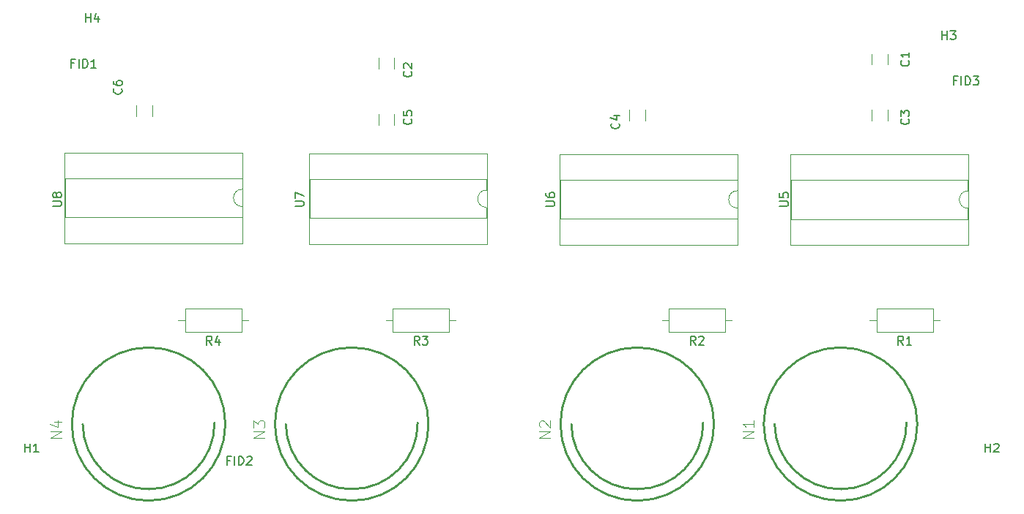
<source format=gbr>
%TF.GenerationSoftware,KiCad,Pcbnew,8.0.4*%
%TF.CreationDate,2024-07-28T18:14:58+03:00*%
%TF.ProjectId,nixie_clock,6e697869-655f-4636-9c6f-636b2e6b6963,rev?*%
%TF.SameCoordinates,Original*%
%TF.FileFunction,Legend,Top*%
%TF.FilePolarity,Positive*%
%FSLAX46Y46*%
G04 Gerber Fmt 4.6, Leading zero omitted, Abs format (unit mm)*
G04 Created by KiCad (PCBNEW 8.0.4) date 2024-07-28 18:14:58*
%MOMM*%
%LPD*%
G01*
G04 APERTURE LIST*
%ADD10C,0.150000*%
%ADD11C,0.101600*%
%ADD12C,0.120000*%
%ADD13C,0.254000*%
%ADD14C,1.500000*%
%ADD15R,1.600000X2.400000*%
%ADD16O,1.600000X2.400000*%
%ADD17R,1.700000X1.700000*%
%ADD18O,1.700000X1.700000*%
%ADD19C,1.600000*%
%ADD20C,3.200000*%
%ADD21C,1.346200*%
%ADD22O,1.600000X1.600000*%
G04 APERTURE END LIST*
D10*
X130928571Y-122216509D02*
X130595238Y-122216509D01*
X130595238Y-122740319D02*
X130595238Y-121740319D01*
X130595238Y-121740319D02*
X131071428Y-121740319D01*
X131452381Y-122740319D02*
X131452381Y-121740319D01*
X131928571Y-122740319D02*
X131928571Y-121740319D01*
X131928571Y-121740319D02*
X132166666Y-121740319D01*
X132166666Y-121740319D02*
X132309523Y-121787938D01*
X132309523Y-121787938D02*
X132404761Y-121883176D01*
X132404761Y-121883176D02*
X132452380Y-121978414D01*
X132452380Y-121978414D02*
X132499999Y-122168890D01*
X132499999Y-122168890D02*
X132499999Y-122311747D01*
X132499999Y-122311747D02*
X132452380Y-122502223D01*
X132452380Y-122502223D02*
X132404761Y-122597461D01*
X132404761Y-122597461D02*
X132309523Y-122692700D01*
X132309523Y-122692700D02*
X132166666Y-122740319D01*
X132166666Y-122740319D02*
X131928571Y-122740319D01*
X132833333Y-121740319D02*
X133452380Y-121740319D01*
X133452380Y-121740319D02*
X133119047Y-122121271D01*
X133119047Y-122121271D02*
X133261904Y-122121271D01*
X133261904Y-122121271D02*
X133357142Y-122168890D01*
X133357142Y-122168890D02*
X133404761Y-122216509D01*
X133404761Y-122216509D02*
X133452380Y-122311747D01*
X133452380Y-122311747D02*
X133452380Y-122549842D01*
X133452380Y-122549842D02*
X133404761Y-122645080D01*
X133404761Y-122645080D02*
X133357142Y-122692700D01*
X133357142Y-122692700D02*
X133261904Y-122740319D01*
X133261904Y-122740319D02*
X132976190Y-122740319D01*
X132976190Y-122740319D02*
X132880952Y-122692700D01*
X132880952Y-122692700D02*
X132833333Y-122645080D01*
X46928571Y-166216509D02*
X46595238Y-166216509D01*
X46595238Y-166740319D02*
X46595238Y-165740319D01*
X46595238Y-165740319D02*
X47071428Y-165740319D01*
X47452381Y-166740319D02*
X47452381Y-165740319D01*
X47928571Y-166740319D02*
X47928571Y-165740319D01*
X47928571Y-165740319D02*
X48166666Y-165740319D01*
X48166666Y-165740319D02*
X48309523Y-165787938D01*
X48309523Y-165787938D02*
X48404761Y-165883176D01*
X48404761Y-165883176D02*
X48452380Y-165978414D01*
X48452380Y-165978414D02*
X48499999Y-166168890D01*
X48499999Y-166168890D02*
X48499999Y-166311747D01*
X48499999Y-166311747D02*
X48452380Y-166502223D01*
X48452380Y-166502223D02*
X48404761Y-166597461D01*
X48404761Y-166597461D02*
X48309523Y-166692700D01*
X48309523Y-166692700D02*
X48166666Y-166740319D01*
X48166666Y-166740319D02*
X47928571Y-166740319D01*
X48880952Y-165835557D02*
X48928571Y-165787938D01*
X48928571Y-165787938D02*
X49023809Y-165740319D01*
X49023809Y-165740319D02*
X49261904Y-165740319D01*
X49261904Y-165740319D02*
X49357142Y-165787938D01*
X49357142Y-165787938D02*
X49404761Y-165835557D01*
X49404761Y-165835557D02*
X49452380Y-165930795D01*
X49452380Y-165930795D02*
X49452380Y-166026033D01*
X49452380Y-166026033D02*
X49404761Y-166168890D01*
X49404761Y-166168890D02*
X48833333Y-166740319D01*
X48833333Y-166740319D02*
X49452380Y-166740319D01*
X28928571Y-120216509D02*
X28595238Y-120216509D01*
X28595238Y-120740319D02*
X28595238Y-119740319D01*
X28595238Y-119740319D02*
X29071428Y-119740319D01*
X29452381Y-120740319D02*
X29452381Y-119740319D01*
X29928571Y-120740319D02*
X29928571Y-119740319D01*
X29928571Y-119740319D02*
X30166666Y-119740319D01*
X30166666Y-119740319D02*
X30309523Y-119787938D01*
X30309523Y-119787938D02*
X30404761Y-119883176D01*
X30404761Y-119883176D02*
X30452380Y-119978414D01*
X30452380Y-119978414D02*
X30499999Y-120168890D01*
X30499999Y-120168890D02*
X30499999Y-120311747D01*
X30499999Y-120311747D02*
X30452380Y-120502223D01*
X30452380Y-120502223D02*
X30404761Y-120597461D01*
X30404761Y-120597461D02*
X30309523Y-120692700D01*
X30309523Y-120692700D02*
X30166666Y-120740319D01*
X30166666Y-120740319D02*
X29928571Y-120740319D01*
X31452380Y-120740319D02*
X30880952Y-120740319D01*
X31166666Y-120740319D02*
X31166666Y-119740319D01*
X31166666Y-119740319D02*
X31071428Y-119883176D01*
X31071428Y-119883176D02*
X30976190Y-119978414D01*
X30976190Y-119978414D02*
X30880952Y-120026033D01*
X67859580Y-121166666D02*
X67907200Y-121214285D01*
X67907200Y-121214285D02*
X67954819Y-121357142D01*
X67954819Y-121357142D02*
X67954819Y-121452380D01*
X67954819Y-121452380D02*
X67907200Y-121595237D01*
X67907200Y-121595237D02*
X67811961Y-121690475D01*
X67811961Y-121690475D02*
X67716723Y-121738094D01*
X67716723Y-121738094D02*
X67526247Y-121785713D01*
X67526247Y-121785713D02*
X67383390Y-121785713D01*
X67383390Y-121785713D02*
X67192914Y-121738094D01*
X67192914Y-121738094D02*
X67097676Y-121690475D01*
X67097676Y-121690475D02*
X67002438Y-121595237D01*
X67002438Y-121595237D02*
X66954819Y-121452380D01*
X66954819Y-121452380D02*
X66954819Y-121357142D01*
X66954819Y-121357142D02*
X67002438Y-121214285D01*
X67002438Y-121214285D02*
X67050057Y-121166666D01*
X67050057Y-120785713D02*
X67002438Y-120738094D01*
X67002438Y-120738094D02*
X66954819Y-120642856D01*
X66954819Y-120642856D02*
X66954819Y-120404761D01*
X66954819Y-120404761D02*
X67002438Y-120309523D01*
X67002438Y-120309523D02*
X67050057Y-120261904D01*
X67050057Y-120261904D02*
X67145295Y-120214285D01*
X67145295Y-120214285D02*
X67240533Y-120214285D01*
X67240533Y-120214285D02*
X67383390Y-120261904D01*
X67383390Y-120261904D02*
X67954819Y-120833332D01*
X67954819Y-120833332D02*
X67954819Y-120214285D01*
X125359580Y-119916666D02*
X125407200Y-119964285D01*
X125407200Y-119964285D02*
X125454819Y-120107142D01*
X125454819Y-120107142D02*
X125454819Y-120202380D01*
X125454819Y-120202380D02*
X125407200Y-120345237D01*
X125407200Y-120345237D02*
X125311961Y-120440475D01*
X125311961Y-120440475D02*
X125216723Y-120488094D01*
X125216723Y-120488094D02*
X125026247Y-120535713D01*
X125026247Y-120535713D02*
X124883390Y-120535713D01*
X124883390Y-120535713D02*
X124692914Y-120488094D01*
X124692914Y-120488094D02*
X124597676Y-120440475D01*
X124597676Y-120440475D02*
X124502438Y-120345237D01*
X124502438Y-120345237D02*
X124454819Y-120202380D01*
X124454819Y-120202380D02*
X124454819Y-120107142D01*
X124454819Y-120107142D02*
X124502438Y-119964285D01*
X124502438Y-119964285D02*
X124550057Y-119916666D01*
X125454819Y-118964285D02*
X125454819Y-119535713D01*
X125454819Y-119249999D02*
X124454819Y-119249999D01*
X124454819Y-119249999D02*
X124597676Y-119345237D01*
X124597676Y-119345237D02*
X124692914Y-119440475D01*
X124692914Y-119440475D02*
X124740533Y-119535713D01*
X30238095Y-115454819D02*
X30238095Y-114454819D01*
X30238095Y-114931009D02*
X30809523Y-114931009D01*
X30809523Y-115454819D02*
X30809523Y-114454819D01*
X31714285Y-114788152D02*
X31714285Y-115454819D01*
X31476190Y-114407200D02*
X31238095Y-115121485D01*
X31238095Y-115121485D02*
X31857142Y-115121485D01*
X129238095Y-117454819D02*
X129238095Y-116454819D01*
X129238095Y-116931009D02*
X129809523Y-116931009D01*
X129809523Y-117454819D02*
X129809523Y-116454819D01*
X130190476Y-116454819D02*
X130809523Y-116454819D01*
X130809523Y-116454819D02*
X130476190Y-116835771D01*
X130476190Y-116835771D02*
X130619047Y-116835771D01*
X130619047Y-116835771D02*
X130714285Y-116883390D01*
X130714285Y-116883390D02*
X130761904Y-116931009D01*
X130761904Y-116931009D02*
X130809523Y-117026247D01*
X130809523Y-117026247D02*
X130809523Y-117264342D01*
X130809523Y-117264342D02*
X130761904Y-117359580D01*
X130761904Y-117359580D02*
X130714285Y-117407200D01*
X130714285Y-117407200D02*
X130619047Y-117454819D01*
X130619047Y-117454819D02*
X130333333Y-117454819D01*
X130333333Y-117454819D02*
X130238095Y-117407200D01*
X130238095Y-117407200D02*
X130190476Y-117359580D01*
X134238095Y-165254819D02*
X134238095Y-164254819D01*
X134238095Y-164731009D02*
X134809523Y-164731009D01*
X134809523Y-165254819D02*
X134809523Y-164254819D01*
X135238095Y-164350057D02*
X135285714Y-164302438D01*
X135285714Y-164302438D02*
X135380952Y-164254819D01*
X135380952Y-164254819D02*
X135619047Y-164254819D01*
X135619047Y-164254819D02*
X135714285Y-164302438D01*
X135714285Y-164302438D02*
X135761904Y-164350057D01*
X135761904Y-164350057D02*
X135809523Y-164445295D01*
X135809523Y-164445295D02*
X135809523Y-164540533D01*
X135809523Y-164540533D02*
X135761904Y-164683390D01*
X135761904Y-164683390D02*
X135190476Y-165254819D01*
X135190476Y-165254819D02*
X135809523Y-165254819D01*
X23238095Y-165254819D02*
X23238095Y-164254819D01*
X23238095Y-164731009D02*
X23809523Y-164731009D01*
X23809523Y-165254819D02*
X23809523Y-164254819D01*
X24809523Y-165254819D02*
X24238095Y-165254819D01*
X24523809Y-165254819D02*
X24523809Y-164254819D01*
X24523809Y-164254819D02*
X24428571Y-164397676D01*
X24428571Y-164397676D02*
X24333333Y-164492914D01*
X24333333Y-164492914D02*
X24238095Y-164540533D01*
D11*
X50947262Y-163602619D02*
X49677262Y-163602619D01*
X49677262Y-163602619D02*
X50947262Y-162876904D01*
X50947262Y-162876904D02*
X49677262Y-162876904D01*
X49677262Y-162393095D02*
X49677262Y-161606904D01*
X49677262Y-161606904D02*
X50161071Y-162030238D01*
X50161071Y-162030238D02*
X50161071Y-161848809D01*
X50161071Y-161848809D02*
X50221547Y-161727857D01*
X50221547Y-161727857D02*
X50282024Y-161667381D01*
X50282024Y-161667381D02*
X50402976Y-161606904D01*
X50402976Y-161606904D02*
X50705357Y-161606904D01*
X50705357Y-161606904D02*
X50826309Y-161667381D01*
X50826309Y-161667381D02*
X50886786Y-161727857D01*
X50886786Y-161727857D02*
X50947262Y-161848809D01*
X50947262Y-161848809D02*
X50947262Y-162211666D01*
X50947262Y-162211666D02*
X50886786Y-162332619D01*
X50886786Y-162332619D02*
X50826309Y-162393095D01*
X27466442Y-163602619D02*
X26196442Y-163602619D01*
X26196442Y-163602619D02*
X27466442Y-162876904D01*
X27466442Y-162876904D02*
X26196442Y-162876904D01*
X26619775Y-161727857D02*
X27466442Y-161727857D01*
X26135966Y-162030238D02*
X27043108Y-162332619D01*
X27043108Y-162332619D02*
X27043108Y-161546428D01*
D10*
X26454819Y-136761904D02*
X27264342Y-136761904D01*
X27264342Y-136761904D02*
X27359580Y-136714285D01*
X27359580Y-136714285D02*
X27407200Y-136666666D01*
X27407200Y-136666666D02*
X27454819Y-136571428D01*
X27454819Y-136571428D02*
X27454819Y-136380952D01*
X27454819Y-136380952D02*
X27407200Y-136285714D01*
X27407200Y-136285714D02*
X27359580Y-136238095D01*
X27359580Y-136238095D02*
X27264342Y-136190476D01*
X27264342Y-136190476D02*
X26454819Y-136190476D01*
X26883390Y-135571428D02*
X26835771Y-135666666D01*
X26835771Y-135666666D02*
X26788152Y-135714285D01*
X26788152Y-135714285D02*
X26692914Y-135761904D01*
X26692914Y-135761904D02*
X26645295Y-135761904D01*
X26645295Y-135761904D02*
X26550057Y-135714285D01*
X26550057Y-135714285D02*
X26502438Y-135666666D01*
X26502438Y-135666666D02*
X26454819Y-135571428D01*
X26454819Y-135571428D02*
X26454819Y-135380952D01*
X26454819Y-135380952D02*
X26502438Y-135285714D01*
X26502438Y-135285714D02*
X26550057Y-135238095D01*
X26550057Y-135238095D02*
X26645295Y-135190476D01*
X26645295Y-135190476D02*
X26692914Y-135190476D01*
X26692914Y-135190476D02*
X26788152Y-135238095D01*
X26788152Y-135238095D02*
X26835771Y-135285714D01*
X26835771Y-135285714D02*
X26883390Y-135380952D01*
X26883390Y-135380952D02*
X26883390Y-135571428D01*
X26883390Y-135571428D02*
X26931009Y-135666666D01*
X26931009Y-135666666D02*
X26978628Y-135714285D01*
X26978628Y-135714285D02*
X27073866Y-135761904D01*
X27073866Y-135761904D02*
X27264342Y-135761904D01*
X27264342Y-135761904D02*
X27359580Y-135714285D01*
X27359580Y-135714285D02*
X27407200Y-135666666D01*
X27407200Y-135666666D02*
X27454819Y-135571428D01*
X27454819Y-135571428D02*
X27454819Y-135380952D01*
X27454819Y-135380952D02*
X27407200Y-135285714D01*
X27407200Y-135285714D02*
X27359580Y-135238095D01*
X27359580Y-135238095D02*
X27264342Y-135190476D01*
X27264342Y-135190476D02*
X27073866Y-135190476D01*
X27073866Y-135190476D02*
X26978628Y-135238095D01*
X26978628Y-135238095D02*
X26931009Y-135285714D01*
X26931009Y-135285714D02*
X26883390Y-135380952D01*
X83454819Y-136761904D02*
X84264342Y-136761904D01*
X84264342Y-136761904D02*
X84359580Y-136714285D01*
X84359580Y-136714285D02*
X84407200Y-136666666D01*
X84407200Y-136666666D02*
X84454819Y-136571428D01*
X84454819Y-136571428D02*
X84454819Y-136380952D01*
X84454819Y-136380952D02*
X84407200Y-136285714D01*
X84407200Y-136285714D02*
X84359580Y-136238095D01*
X84359580Y-136238095D02*
X84264342Y-136190476D01*
X84264342Y-136190476D02*
X83454819Y-136190476D01*
X83454819Y-135285714D02*
X83454819Y-135476190D01*
X83454819Y-135476190D02*
X83502438Y-135571428D01*
X83502438Y-135571428D02*
X83550057Y-135619047D01*
X83550057Y-135619047D02*
X83692914Y-135714285D01*
X83692914Y-135714285D02*
X83883390Y-135761904D01*
X83883390Y-135761904D02*
X84264342Y-135761904D01*
X84264342Y-135761904D02*
X84359580Y-135714285D01*
X84359580Y-135714285D02*
X84407200Y-135666666D01*
X84407200Y-135666666D02*
X84454819Y-135571428D01*
X84454819Y-135571428D02*
X84454819Y-135380952D01*
X84454819Y-135380952D02*
X84407200Y-135285714D01*
X84407200Y-135285714D02*
X84359580Y-135238095D01*
X84359580Y-135238095D02*
X84264342Y-135190476D01*
X84264342Y-135190476D02*
X84026247Y-135190476D01*
X84026247Y-135190476D02*
X83931009Y-135238095D01*
X83931009Y-135238095D02*
X83883390Y-135285714D01*
X83883390Y-135285714D02*
X83835771Y-135380952D01*
X83835771Y-135380952D02*
X83835771Y-135571428D01*
X83835771Y-135571428D02*
X83883390Y-135666666D01*
X83883390Y-135666666D02*
X83931009Y-135714285D01*
X83931009Y-135714285D02*
X84026247Y-135761904D01*
X110454819Y-136771904D02*
X111264342Y-136771904D01*
X111264342Y-136771904D02*
X111359580Y-136724285D01*
X111359580Y-136724285D02*
X111407200Y-136676666D01*
X111407200Y-136676666D02*
X111454819Y-136581428D01*
X111454819Y-136581428D02*
X111454819Y-136390952D01*
X111454819Y-136390952D02*
X111407200Y-136295714D01*
X111407200Y-136295714D02*
X111359580Y-136248095D01*
X111359580Y-136248095D02*
X111264342Y-136200476D01*
X111264342Y-136200476D02*
X110454819Y-136200476D01*
X110454819Y-135248095D02*
X110454819Y-135724285D01*
X110454819Y-135724285D02*
X110931009Y-135771904D01*
X110931009Y-135771904D02*
X110883390Y-135724285D01*
X110883390Y-135724285D02*
X110835771Y-135629047D01*
X110835771Y-135629047D02*
X110835771Y-135390952D01*
X110835771Y-135390952D02*
X110883390Y-135295714D01*
X110883390Y-135295714D02*
X110931009Y-135248095D01*
X110931009Y-135248095D02*
X111026247Y-135200476D01*
X111026247Y-135200476D02*
X111264342Y-135200476D01*
X111264342Y-135200476D02*
X111359580Y-135248095D01*
X111359580Y-135248095D02*
X111407200Y-135295714D01*
X111407200Y-135295714D02*
X111454819Y-135390952D01*
X111454819Y-135390952D02*
X111454819Y-135629047D01*
X111454819Y-135629047D02*
X111407200Y-135724285D01*
X111407200Y-135724285D02*
X111359580Y-135771904D01*
X44833333Y-152824819D02*
X44500000Y-152348628D01*
X44261905Y-152824819D02*
X44261905Y-151824819D01*
X44261905Y-151824819D02*
X44642857Y-151824819D01*
X44642857Y-151824819D02*
X44738095Y-151872438D01*
X44738095Y-151872438D02*
X44785714Y-151920057D01*
X44785714Y-151920057D02*
X44833333Y-152015295D01*
X44833333Y-152015295D02*
X44833333Y-152158152D01*
X44833333Y-152158152D02*
X44785714Y-152253390D01*
X44785714Y-152253390D02*
X44738095Y-152301009D01*
X44738095Y-152301009D02*
X44642857Y-152348628D01*
X44642857Y-152348628D02*
X44261905Y-152348628D01*
X45690476Y-152158152D02*
X45690476Y-152824819D01*
X45452381Y-151777200D02*
X45214286Y-152491485D01*
X45214286Y-152491485D02*
X45833333Y-152491485D01*
X100753333Y-152824819D02*
X100420000Y-152348628D01*
X100181905Y-152824819D02*
X100181905Y-151824819D01*
X100181905Y-151824819D02*
X100562857Y-151824819D01*
X100562857Y-151824819D02*
X100658095Y-151872438D01*
X100658095Y-151872438D02*
X100705714Y-151920057D01*
X100705714Y-151920057D02*
X100753333Y-152015295D01*
X100753333Y-152015295D02*
X100753333Y-152158152D01*
X100753333Y-152158152D02*
X100705714Y-152253390D01*
X100705714Y-152253390D02*
X100658095Y-152301009D01*
X100658095Y-152301009D02*
X100562857Y-152348628D01*
X100562857Y-152348628D02*
X100181905Y-152348628D01*
X101134286Y-151920057D02*
X101181905Y-151872438D01*
X101181905Y-151872438D02*
X101277143Y-151824819D01*
X101277143Y-151824819D02*
X101515238Y-151824819D01*
X101515238Y-151824819D02*
X101610476Y-151872438D01*
X101610476Y-151872438D02*
X101658095Y-151920057D01*
X101658095Y-151920057D02*
X101705714Y-152015295D01*
X101705714Y-152015295D02*
X101705714Y-152110533D01*
X101705714Y-152110533D02*
X101658095Y-152253390D01*
X101658095Y-152253390D02*
X101086667Y-152824819D01*
X101086667Y-152824819D02*
X101705714Y-152824819D01*
X124753333Y-152824819D02*
X124420000Y-152348628D01*
X124181905Y-152824819D02*
X124181905Y-151824819D01*
X124181905Y-151824819D02*
X124562857Y-151824819D01*
X124562857Y-151824819D02*
X124658095Y-151872438D01*
X124658095Y-151872438D02*
X124705714Y-151920057D01*
X124705714Y-151920057D02*
X124753333Y-152015295D01*
X124753333Y-152015295D02*
X124753333Y-152158152D01*
X124753333Y-152158152D02*
X124705714Y-152253390D01*
X124705714Y-152253390D02*
X124658095Y-152301009D01*
X124658095Y-152301009D02*
X124562857Y-152348628D01*
X124562857Y-152348628D02*
X124181905Y-152348628D01*
X125705714Y-152824819D02*
X125134286Y-152824819D01*
X125420000Y-152824819D02*
X125420000Y-151824819D01*
X125420000Y-151824819D02*
X125324762Y-151967676D01*
X125324762Y-151967676D02*
X125229524Y-152062914D01*
X125229524Y-152062914D02*
X125134286Y-152110533D01*
D11*
X83947262Y-163602619D02*
X82677262Y-163602619D01*
X82677262Y-163602619D02*
X83947262Y-162876904D01*
X83947262Y-162876904D02*
X82677262Y-162876904D01*
X82798214Y-162332619D02*
X82737738Y-162272143D01*
X82737738Y-162272143D02*
X82677262Y-162151190D01*
X82677262Y-162151190D02*
X82677262Y-161848809D01*
X82677262Y-161848809D02*
X82737738Y-161727857D01*
X82737738Y-161727857D02*
X82798214Y-161667381D01*
X82798214Y-161667381D02*
X82919166Y-161606904D01*
X82919166Y-161606904D02*
X83040119Y-161606904D01*
X83040119Y-161606904D02*
X83221547Y-161667381D01*
X83221547Y-161667381D02*
X83947262Y-162393095D01*
X83947262Y-162393095D02*
X83947262Y-161606904D01*
X107447262Y-163602619D02*
X106177262Y-163602619D01*
X106177262Y-163602619D02*
X107447262Y-162876904D01*
X107447262Y-162876904D02*
X106177262Y-162876904D01*
X107447262Y-161606904D02*
X107447262Y-162332619D01*
X107447262Y-161969762D02*
X106177262Y-161969762D01*
X106177262Y-161969762D02*
X106358690Y-162090714D01*
X106358690Y-162090714D02*
X106479643Y-162211666D01*
X106479643Y-162211666D02*
X106540119Y-162332619D01*
D10*
X34359580Y-123166666D02*
X34407200Y-123214285D01*
X34407200Y-123214285D02*
X34454819Y-123357142D01*
X34454819Y-123357142D02*
X34454819Y-123452380D01*
X34454819Y-123452380D02*
X34407200Y-123595237D01*
X34407200Y-123595237D02*
X34311961Y-123690475D01*
X34311961Y-123690475D02*
X34216723Y-123738094D01*
X34216723Y-123738094D02*
X34026247Y-123785713D01*
X34026247Y-123785713D02*
X33883390Y-123785713D01*
X33883390Y-123785713D02*
X33692914Y-123738094D01*
X33692914Y-123738094D02*
X33597676Y-123690475D01*
X33597676Y-123690475D02*
X33502438Y-123595237D01*
X33502438Y-123595237D02*
X33454819Y-123452380D01*
X33454819Y-123452380D02*
X33454819Y-123357142D01*
X33454819Y-123357142D02*
X33502438Y-123214285D01*
X33502438Y-123214285D02*
X33550057Y-123166666D01*
X33454819Y-122309523D02*
X33454819Y-122499999D01*
X33454819Y-122499999D02*
X33502438Y-122595237D01*
X33502438Y-122595237D02*
X33550057Y-122642856D01*
X33550057Y-122642856D02*
X33692914Y-122738094D01*
X33692914Y-122738094D02*
X33883390Y-122785713D01*
X33883390Y-122785713D02*
X34264342Y-122785713D01*
X34264342Y-122785713D02*
X34359580Y-122738094D01*
X34359580Y-122738094D02*
X34407200Y-122690475D01*
X34407200Y-122690475D02*
X34454819Y-122595237D01*
X34454819Y-122595237D02*
X34454819Y-122404761D01*
X34454819Y-122404761D02*
X34407200Y-122309523D01*
X34407200Y-122309523D02*
X34359580Y-122261904D01*
X34359580Y-122261904D02*
X34264342Y-122214285D01*
X34264342Y-122214285D02*
X34026247Y-122214285D01*
X34026247Y-122214285D02*
X33931009Y-122261904D01*
X33931009Y-122261904D02*
X33883390Y-122309523D01*
X33883390Y-122309523D02*
X33835771Y-122404761D01*
X33835771Y-122404761D02*
X33835771Y-122595237D01*
X33835771Y-122595237D02*
X33883390Y-122690475D01*
X33883390Y-122690475D02*
X33931009Y-122738094D01*
X33931009Y-122738094D02*
X34026247Y-122785713D01*
X67859580Y-126666666D02*
X67907200Y-126714285D01*
X67907200Y-126714285D02*
X67954819Y-126857142D01*
X67954819Y-126857142D02*
X67954819Y-126952380D01*
X67954819Y-126952380D02*
X67907200Y-127095237D01*
X67907200Y-127095237D02*
X67811961Y-127190475D01*
X67811961Y-127190475D02*
X67716723Y-127238094D01*
X67716723Y-127238094D02*
X67526247Y-127285713D01*
X67526247Y-127285713D02*
X67383390Y-127285713D01*
X67383390Y-127285713D02*
X67192914Y-127238094D01*
X67192914Y-127238094D02*
X67097676Y-127190475D01*
X67097676Y-127190475D02*
X67002438Y-127095237D01*
X67002438Y-127095237D02*
X66954819Y-126952380D01*
X66954819Y-126952380D02*
X66954819Y-126857142D01*
X66954819Y-126857142D02*
X67002438Y-126714285D01*
X67002438Y-126714285D02*
X67050057Y-126666666D01*
X66954819Y-125761904D02*
X66954819Y-126238094D01*
X66954819Y-126238094D02*
X67431009Y-126285713D01*
X67431009Y-126285713D02*
X67383390Y-126238094D01*
X67383390Y-126238094D02*
X67335771Y-126142856D01*
X67335771Y-126142856D02*
X67335771Y-125904761D01*
X67335771Y-125904761D02*
X67383390Y-125809523D01*
X67383390Y-125809523D02*
X67431009Y-125761904D01*
X67431009Y-125761904D02*
X67526247Y-125714285D01*
X67526247Y-125714285D02*
X67764342Y-125714285D01*
X67764342Y-125714285D02*
X67859580Y-125761904D01*
X67859580Y-125761904D02*
X67907200Y-125809523D01*
X67907200Y-125809523D02*
X67954819Y-125904761D01*
X67954819Y-125904761D02*
X67954819Y-126142856D01*
X67954819Y-126142856D02*
X67907200Y-126238094D01*
X67907200Y-126238094D02*
X67859580Y-126285713D01*
X91859580Y-127166666D02*
X91907200Y-127214285D01*
X91907200Y-127214285D02*
X91954819Y-127357142D01*
X91954819Y-127357142D02*
X91954819Y-127452380D01*
X91954819Y-127452380D02*
X91907200Y-127595237D01*
X91907200Y-127595237D02*
X91811961Y-127690475D01*
X91811961Y-127690475D02*
X91716723Y-127738094D01*
X91716723Y-127738094D02*
X91526247Y-127785713D01*
X91526247Y-127785713D02*
X91383390Y-127785713D01*
X91383390Y-127785713D02*
X91192914Y-127738094D01*
X91192914Y-127738094D02*
X91097676Y-127690475D01*
X91097676Y-127690475D02*
X91002438Y-127595237D01*
X91002438Y-127595237D02*
X90954819Y-127452380D01*
X90954819Y-127452380D02*
X90954819Y-127357142D01*
X90954819Y-127357142D02*
X91002438Y-127214285D01*
X91002438Y-127214285D02*
X91050057Y-127166666D01*
X91288152Y-126309523D02*
X91954819Y-126309523D01*
X90907200Y-126547618D02*
X91621485Y-126785713D01*
X91621485Y-126785713D02*
X91621485Y-126166666D01*
X125359580Y-126666666D02*
X125407200Y-126714285D01*
X125407200Y-126714285D02*
X125454819Y-126857142D01*
X125454819Y-126857142D02*
X125454819Y-126952380D01*
X125454819Y-126952380D02*
X125407200Y-127095237D01*
X125407200Y-127095237D02*
X125311961Y-127190475D01*
X125311961Y-127190475D02*
X125216723Y-127238094D01*
X125216723Y-127238094D02*
X125026247Y-127285713D01*
X125026247Y-127285713D02*
X124883390Y-127285713D01*
X124883390Y-127285713D02*
X124692914Y-127238094D01*
X124692914Y-127238094D02*
X124597676Y-127190475D01*
X124597676Y-127190475D02*
X124502438Y-127095237D01*
X124502438Y-127095237D02*
X124454819Y-126952380D01*
X124454819Y-126952380D02*
X124454819Y-126857142D01*
X124454819Y-126857142D02*
X124502438Y-126714285D01*
X124502438Y-126714285D02*
X124550057Y-126666666D01*
X124454819Y-126333332D02*
X124454819Y-125714285D01*
X124454819Y-125714285D02*
X124835771Y-126047618D01*
X124835771Y-126047618D02*
X124835771Y-125904761D01*
X124835771Y-125904761D02*
X124883390Y-125809523D01*
X124883390Y-125809523D02*
X124931009Y-125761904D01*
X124931009Y-125761904D02*
X125026247Y-125714285D01*
X125026247Y-125714285D02*
X125264342Y-125714285D01*
X125264342Y-125714285D02*
X125359580Y-125761904D01*
X125359580Y-125761904D02*
X125407200Y-125809523D01*
X125407200Y-125809523D02*
X125454819Y-125904761D01*
X125454819Y-125904761D02*
X125454819Y-126190475D01*
X125454819Y-126190475D02*
X125407200Y-126285713D01*
X125407200Y-126285713D02*
X125359580Y-126333332D01*
X68833333Y-152824819D02*
X68500000Y-152348628D01*
X68261905Y-152824819D02*
X68261905Y-151824819D01*
X68261905Y-151824819D02*
X68642857Y-151824819D01*
X68642857Y-151824819D02*
X68738095Y-151872438D01*
X68738095Y-151872438D02*
X68785714Y-151920057D01*
X68785714Y-151920057D02*
X68833333Y-152015295D01*
X68833333Y-152015295D02*
X68833333Y-152158152D01*
X68833333Y-152158152D02*
X68785714Y-152253390D01*
X68785714Y-152253390D02*
X68738095Y-152301009D01*
X68738095Y-152301009D02*
X68642857Y-152348628D01*
X68642857Y-152348628D02*
X68261905Y-152348628D01*
X69166667Y-151824819D02*
X69785714Y-151824819D01*
X69785714Y-151824819D02*
X69452381Y-152205771D01*
X69452381Y-152205771D02*
X69595238Y-152205771D01*
X69595238Y-152205771D02*
X69690476Y-152253390D01*
X69690476Y-152253390D02*
X69738095Y-152301009D01*
X69738095Y-152301009D02*
X69785714Y-152396247D01*
X69785714Y-152396247D02*
X69785714Y-152634342D01*
X69785714Y-152634342D02*
X69738095Y-152729580D01*
X69738095Y-152729580D02*
X69690476Y-152777200D01*
X69690476Y-152777200D02*
X69595238Y-152824819D01*
X69595238Y-152824819D02*
X69309524Y-152824819D01*
X69309524Y-152824819D02*
X69214286Y-152777200D01*
X69214286Y-152777200D02*
X69166667Y-152729580D01*
X54454819Y-136761904D02*
X55264342Y-136761904D01*
X55264342Y-136761904D02*
X55359580Y-136714285D01*
X55359580Y-136714285D02*
X55407200Y-136666666D01*
X55407200Y-136666666D02*
X55454819Y-136571428D01*
X55454819Y-136571428D02*
X55454819Y-136380952D01*
X55454819Y-136380952D02*
X55407200Y-136285714D01*
X55407200Y-136285714D02*
X55359580Y-136238095D01*
X55359580Y-136238095D02*
X55264342Y-136190476D01*
X55264342Y-136190476D02*
X54454819Y-136190476D01*
X54454819Y-135809523D02*
X54454819Y-135142857D01*
X54454819Y-135142857D02*
X55454819Y-135571428D01*
D12*
%TO.C,C2*%
X64080000Y-120879000D02*
X64080000Y-119621000D01*
X65920000Y-120879000D02*
X65920000Y-119621000D01*
%TO.C,C1*%
X121080000Y-120379000D02*
X121080000Y-119121000D01*
X122920000Y-120379000D02*
X122920000Y-119121000D01*
D13*
%TO.C,N3*%
X69872220Y-162000000D02*
G75*
G02*
X52127780Y-162000000I-8872220J0D01*
G01*
X52127780Y-162000000D02*
G75*
G02*
X69872220Y-162000000I8872220J0D01*
G01*
X68620000Y-161842520D02*
G75*
G02*
X53380000Y-162000000I-7620000J-78740D01*
G01*
%TO.C,N4*%
X45139180Y-161842520D02*
G75*
G02*
X29899180Y-162000000I-7620000J-78740D01*
G01*
X46391400Y-162000000D02*
G75*
G02*
X28646960Y-162000000I-8872220J0D01*
G01*
X28646960Y-162000000D02*
G75*
G02*
X46391400Y-162000000I8872220J0D01*
G01*
D12*
%TO.C,U8*%
X48390000Y-130560000D02*
X27830000Y-130560000D01*
X27830000Y-130560000D02*
X27830000Y-141060000D01*
X48330000Y-133560000D02*
X27890000Y-133560000D01*
X27890000Y-133560000D02*
X27890000Y-138060000D01*
X48330000Y-134810000D02*
X48330000Y-133560000D01*
X48330000Y-138060000D02*
X48330000Y-136810000D01*
X27890000Y-138060000D02*
X48330000Y-138060000D01*
X48390000Y-141060000D02*
X48390000Y-130560000D01*
X27830000Y-141060000D02*
X48390000Y-141060000D01*
X48330000Y-136810000D02*
G75*
G02*
X48330000Y-134810000I0J1000000D01*
G01*
%TO.C,U6*%
X105630000Y-130740000D02*
X85070000Y-130740000D01*
X85070000Y-130740000D02*
X85070000Y-141240000D01*
X105570000Y-133740000D02*
X85130000Y-133740000D01*
X85130000Y-133740000D02*
X85130000Y-138240000D01*
X105570000Y-134990000D02*
X105570000Y-133740000D01*
X105570000Y-138240000D02*
X105570000Y-136990000D01*
X85130000Y-138240000D02*
X105570000Y-138240000D01*
X105630000Y-141240000D02*
X105630000Y-130740000D01*
X85070000Y-141240000D02*
X105630000Y-141240000D01*
X105570000Y-136990000D02*
G75*
G02*
X105570000Y-134990000I0J1000000D01*
G01*
%TO.C,U5*%
X132290000Y-130760000D02*
X111730000Y-130760000D01*
X111730000Y-130760000D02*
X111730000Y-141260000D01*
X132230000Y-133760000D02*
X111790000Y-133760000D01*
X111790000Y-133760000D02*
X111790000Y-138260000D01*
X132230000Y-135010000D02*
X132230000Y-133760000D01*
X132230000Y-138260000D02*
X132230000Y-137010000D01*
X111790000Y-138260000D02*
X132230000Y-138260000D01*
X132290000Y-141260000D02*
X132290000Y-130760000D01*
X111730000Y-141260000D02*
X132290000Y-141260000D01*
X132230000Y-137010000D02*
G75*
G02*
X132230000Y-135010000I0J1000000D01*
G01*
%TO.C,R4*%
X40960000Y-150000000D02*
X41730000Y-150000000D01*
X41730000Y-148630000D02*
X41730000Y-151370000D01*
X41730000Y-151370000D02*
X48270000Y-151370000D01*
X48270000Y-148630000D02*
X41730000Y-148630000D01*
X48270000Y-151370000D02*
X48270000Y-148630000D01*
X49040000Y-150000000D02*
X48270000Y-150000000D01*
%TO.C,R2*%
X104960000Y-150000000D02*
X104190000Y-150000000D01*
X104190000Y-151370000D02*
X104190000Y-148630000D01*
X104190000Y-148630000D02*
X97650000Y-148630000D01*
X97650000Y-151370000D02*
X104190000Y-151370000D01*
X97650000Y-148630000D02*
X97650000Y-151370000D01*
X96880000Y-150000000D02*
X97650000Y-150000000D01*
%TO.C,R1*%
X128960000Y-150000000D02*
X128190000Y-150000000D01*
X128190000Y-151370000D02*
X128190000Y-148630000D01*
X128190000Y-148630000D02*
X121650000Y-148630000D01*
X121650000Y-151370000D02*
X128190000Y-151370000D01*
X121650000Y-148630000D02*
X121650000Y-151370000D01*
X120880000Y-150000000D02*
X121650000Y-150000000D01*
D13*
%TO.C,N2*%
X101620000Y-161842520D02*
G75*
G02*
X86380000Y-162000000I-7620000J-78740D01*
G01*
X102872220Y-162000000D02*
G75*
G02*
X85127780Y-162000000I-8872220J0D01*
G01*
X85127780Y-162000000D02*
G75*
G02*
X102872220Y-162000000I8872220J0D01*
G01*
%TO.C,N1*%
X125120000Y-161842520D02*
G75*
G02*
X109880000Y-162000000I-7620000J-78740D01*
G01*
X126372220Y-162000000D02*
G75*
G02*
X108627780Y-162000000I-8872220J0D01*
G01*
X108627780Y-162000000D02*
G75*
G02*
X126372220Y-162000000I8872220J0D01*
G01*
D12*
%TO.C,C6*%
X36080000Y-126379000D02*
X36080000Y-125121000D01*
X37920000Y-126379000D02*
X37920000Y-125121000D01*
%TO.C,C5*%
X64080000Y-127379000D02*
X64080000Y-126121000D01*
X65920000Y-127379000D02*
X65920000Y-126121000D01*
%TO.C,C4*%
X94920000Y-125621000D02*
X94920000Y-126879000D01*
X93080000Y-125621000D02*
X93080000Y-126879000D01*
%TO.C,C3*%
X122920000Y-125621000D02*
X122920000Y-126879000D01*
X121080000Y-125621000D02*
X121080000Y-126879000D01*
%TO.C,R3*%
X64960000Y-150000000D02*
X65730000Y-150000000D01*
X65730000Y-148630000D02*
X65730000Y-151370000D01*
X65730000Y-151370000D02*
X72270000Y-151370000D01*
X72270000Y-148630000D02*
X65730000Y-148630000D01*
X72270000Y-151370000D02*
X72270000Y-148630000D01*
X73040000Y-150000000D02*
X72270000Y-150000000D01*
%TO.C,U7*%
X76630000Y-130660000D02*
X56070000Y-130660000D01*
X56070000Y-130660000D02*
X56070000Y-141160000D01*
X76570000Y-133660000D02*
X56130000Y-133660000D01*
X56130000Y-133660000D02*
X56130000Y-138160000D01*
X76570000Y-134910000D02*
X76570000Y-133660000D01*
X76570000Y-138160000D02*
X76570000Y-136910000D01*
X56130000Y-138160000D02*
X76570000Y-138160000D01*
X76630000Y-141160000D02*
X76630000Y-130660000D01*
X56070000Y-141160000D02*
X76630000Y-141160000D01*
X76570000Y-136910000D02*
G75*
G02*
X76570000Y-134910000I0J1000000D01*
G01*
%TD*%
%LPC*%
D14*
%TO.C,FID3*%
X132000000Y-124000000D03*
%TD*%
%TO.C,FID2*%
X48000000Y-168000000D03*
%TD*%
%TO.C,FID1*%
X30000000Y-122000000D03*
%TD*%
D15*
%TO.C,U4*%
X60900000Y-126800000D03*
D16*
X58360000Y-126800000D03*
X55820000Y-126800000D03*
X53280000Y-126800000D03*
X50740000Y-126800000D03*
X48200000Y-126800000D03*
X45660000Y-126800000D03*
X43120000Y-126800000D03*
X43120000Y-119180000D03*
X45660000Y-119180000D03*
X48200000Y-119180000D03*
X50740000Y-119180000D03*
X53280000Y-119180000D03*
X55820000Y-119180000D03*
X58360000Y-119180000D03*
X60900000Y-119180000D03*
%TD*%
D15*
%TO.C,U3*%
X117700000Y-127000000D03*
D16*
X115160000Y-127000000D03*
X112620000Y-127000000D03*
X110080000Y-127000000D03*
X107540000Y-127000000D03*
X105000000Y-127000000D03*
X102460000Y-127000000D03*
X99920000Y-127000000D03*
X99920000Y-119380000D03*
X102460000Y-119380000D03*
X105000000Y-119380000D03*
X107540000Y-119380000D03*
X110080000Y-119380000D03*
X112620000Y-119380000D03*
X115160000Y-119380000D03*
X117700000Y-119380000D03*
%TD*%
D17*
%TO.C,J1*%
X91000000Y-120000000D03*
D18*
X88460000Y-120000000D03*
X85920000Y-120000000D03*
X83380000Y-120000000D03*
X80840000Y-120000000D03*
X78300000Y-120000000D03*
X75760000Y-120000000D03*
%TD*%
D19*
%TO.C,C2*%
X65000000Y-121500000D03*
X65000000Y-119000000D03*
%TD*%
%TO.C,C1*%
X122000000Y-121000000D03*
X122000000Y-118500000D03*
%TD*%
D20*
%TO.C,H4*%
X26000000Y-117000000D03*
%TD*%
%TO.C,H3*%
X135000000Y-117000000D03*
%TD*%
%TO.C,H2*%
X135000000Y-169000000D03*
%TD*%
%TO.C,H1*%
X26000000Y-169000000D03*
%TD*%
D21*
%TO.C,N3*%
X66092700Y-158484640D03*
X55907300Y-158484640D03*
X54855740Y-161255780D03*
X55213880Y-164194560D03*
X56895360Y-166632960D03*
X59519180Y-168009640D03*
X62480820Y-168009640D03*
X65104640Y-166632960D03*
X66786120Y-164194560D03*
X67144260Y-161255780D03*
X61000000Y-155812560D03*
X58124720Y-156521220D03*
X63875280Y-156521220D03*
%TD*%
%TO.C,N4*%
X40394460Y-156521220D03*
X34643900Y-156521220D03*
X37519180Y-155812560D03*
X43663440Y-161255780D03*
X43305300Y-164194560D03*
X41623820Y-166632960D03*
X39000000Y-168009640D03*
X36038360Y-168009640D03*
X33414540Y-166632960D03*
X31733060Y-164194560D03*
X31374920Y-161255780D03*
X32426480Y-158484640D03*
X42611880Y-158484640D03*
%TD*%
D15*
%TO.C,U8*%
X47000000Y-132000000D03*
D16*
X44460000Y-132000000D03*
X41920000Y-132000000D03*
X39380000Y-132000000D03*
X36840000Y-132000000D03*
X34300000Y-132000000D03*
X31760000Y-132000000D03*
X29220000Y-132000000D03*
X29220000Y-139620000D03*
X31760000Y-139620000D03*
X34300000Y-139620000D03*
X36840000Y-139620000D03*
X39380000Y-139620000D03*
X41920000Y-139620000D03*
X44460000Y-139620000D03*
X47000000Y-139620000D03*
%TD*%
D15*
%TO.C,U6*%
X104240000Y-132180000D03*
D16*
X101700000Y-132180000D03*
X99160000Y-132180000D03*
X96620000Y-132180000D03*
X94080000Y-132180000D03*
X91540000Y-132180000D03*
X89000000Y-132180000D03*
X86460000Y-132180000D03*
X86460000Y-139800000D03*
X89000000Y-139800000D03*
X91540000Y-139800000D03*
X94080000Y-139800000D03*
X96620000Y-139800000D03*
X99160000Y-139800000D03*
X101700000Y-139800000D03*
X104240000Y-139800000D03*
%TD*%
D15*
%TO.C,U5*%
X130900000Y-132200000D03*
D16*
X128360000Y-132200000D03*
X125820000Y-132200000D03*
X123280000Y-132200000D03*
X120740000Y-132200000D03*
X118200000Y-132200000D03*
X115660000Y-132200000D03*
X113120000Y-132200000D03*
X113120000Y-139820000D03*
X115660000Y-139820000D03*
X118200000Y-139820000D03*
X120740000Y-139820000D03*
X123280000Y-139820000D03*
X125820000Y-139820000D03*
X128360000Y-139820000D03*
X130900000Y-139820000D03*
%TD*%
D22*
%TO.C,R4*%
X39920000Y-150000000D03*
D19*
X50080000Y-150000000D03*
%TD*%
%TO.C,R2*%
X106000000Y-150000000D03*
D22*
X95840000Y-150000000D03*
%TD*%
D19*
%TO.C,R1*%
X130000000Y-150000000D03*
D22*
X119840000Y-150000000D03*
%TD*%
D21*
%TO.C,N2*%
X96875280Y-156521220D03*
X91124720Y-156521220D03*
X94000000Y-155812560D03*
X100144260Y-161255780D03*
X99786120Y-164194560D03*
X98104640Y-166632960D03*
X95480820Y-168009640D03*
X92519180Y-168009640D03*
X89895360Y-166632960D03*
X88213880Y-164194560D03*
X87855740Y-161255780D03*
X88907300Y-158484640D03*
X99092700Y-158484640D03*
%TD*%
%TO.C,N1*%
X120375280Y-156521220D03*
X114624720Y-156521220D03*
X117500000Y-155812560D03*
X123644260Y-161255780D03*
X123286120Y-164194560D03*
X121604640Y-166632960D03*
X118980820Y-168009640D03*
X116019180Y-168009640D03*
X113395360Y-166632960D03*
X111713880Y-164194560D03*
X111355740Y-161255780D03*
X112407300Y-158484640D03*
X122592700Y-158484640D03*
%TD*%
D19*
%TO.C,C6*%
X37000000Y-127000000D03*
X37000000Y-124500000D03*
%TD*%
%TO.C,C5*%
X65000000Y-128000000D03*
X65000000Y-125500000D03*
%TD*%
%TO.C,C4*%
X94000000Y-125000000D03*
X94000000Y-127500000D03*
%TD*%
%TO.C,C3*%
X122000000Y-125000000D03*
X122000000Y-127500000D03*
%TD*%
D18*
%TO.C,J2*%
X84540000Y-125460000D03*
D17*
X82000000Y-125460000D03*
%TD*%
D22*
%TO.C,R3*%
X63920000Y-150000000D03*
D19*
X74080000Y-150000000D03*
%TD*%
D15*
%TO.C,U7*%
X75240000Y-132100000D03*
D16*
X72700000Y-132100000D03*
X70160000Y-132100000D03*
X67620000Y-132100000D03*
X65080000Y-132100000D03*
X62540000Y-132100000D03*
X60000000Y-132100000D03*
X57460000Y-132100000D03*
X57460000Y-139720000D03*
X60000000Y-139720000D03*
X62540000Y-139720000D03*
X65080000Y-139720000D03*
X67620000Y-139720000D03*
X70160000Y-139720000D03*
X72700000Y-139720000D03*
X75240000Y-139720000D03*
%TD*%
%LPD*%
M02*

</source>
